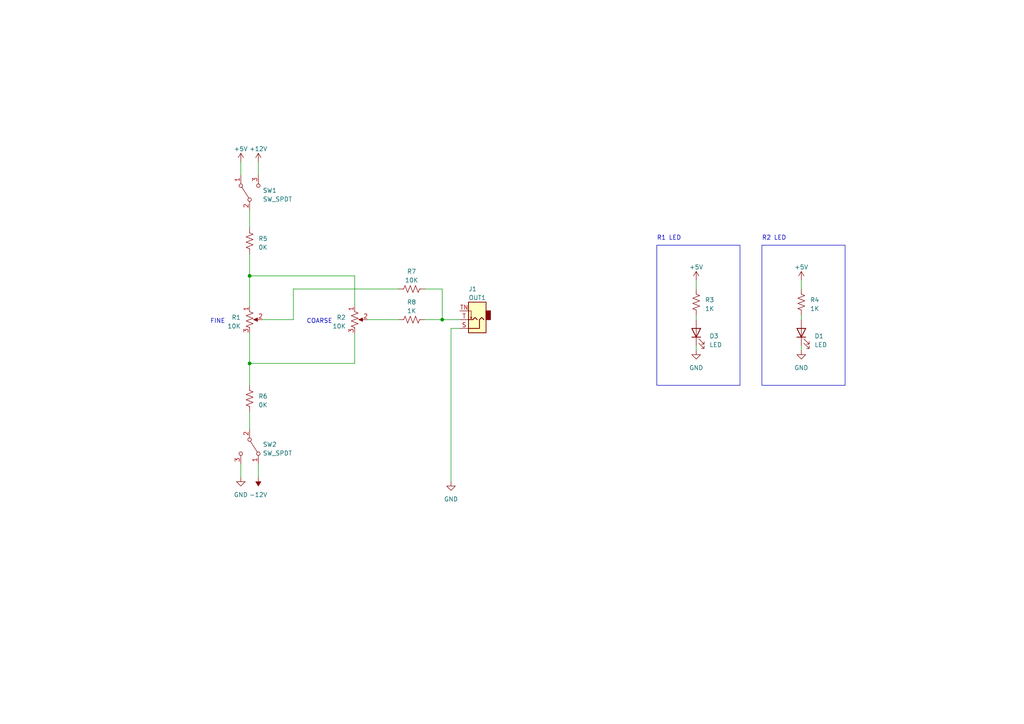
<source format=kicad_sch>
(kicad_sch (version 20230121) (generator eeschema)
  (paper "A4")
  (title_block (title "2411A Attenuator") (date "2023-07-19") (rev "0.2"))
  (lib_symbols
    (symbol "Connector_Audio:AudioJack2_SwitchT"
      (property "Reference" "J" (at 0 8.89 0))
      (property "Value" "AudioJack2_SwitchT" (at 0 6.35 0))
      (symbol "AudioJack2_SwitchT_0_1"
        (rectangle (start -2.54 0) (end -3.81 -2.54) (stroke (width 0.254)) (fill (type outline)))
        (polyline (pts (xy 1.778 -0.254) (xy 2.032 -0.762)))
        (polyline (pts (xy 0 0) (xy 0.635 -0.635) (xy 1.27 0) (xy 2.54 0)) (stroke (width 0.254)))
        (polyline (pts (xy 2.54 -2.54) (xy 1.778 -2.54) (xy 1.778 -0.254) (xy 1.524 -0.762)))
        (polyline (pts (xy 2.54 2.54) (xy -0.635 2.54) (xy -0.635 0) (xy -1.27 -0.635) (xy -1.905 0)) (stroke (width 0.254)))
        (rectangle (start 2.54 3.81) (end -2.54 -5.08) (stroke (width 0.254)) (fill (type background)))
      )
      (symbol "AudioJack2_SwitchT_1_1"
        (pin passive line (at 5.08 2.54 180) (length 2.54) (name "~") (number "S"))
        (pin passive line (at 5.08 0 180) (length 2.54) (name "~") (number "T"))
        (pin passive line (at 5.08 -2.54 180) (length 2.54) (name "~") (number "TN"))
      )
    )
    (symbol "Device:LED" (pin_numbers hide) (pin_names (offset 1.016) hide)
      (property "Reference" "D" (at 0 2.54 0))
      (property "Value" "LED" (at 0 -2.54 0))
      (symbol "LED_0_1"
        (polyline (pts (xy -1.27 -1.27) (xy -1.27 1.27)) (stroke (width 0.254)))
        (polyline (pts (xy -1.27 0) (xy 1.27 0)))
        (polyline (pts (xy 1.27 -1.27) (xy 1.27 1.27) (xy -1.27 0) (xy 1.27 -1.27)) (stroke (width 0.254)))
        (polyline (pts (xy -3.048 -0.762) (xy -4.572 -2.286) (xy -3.81 -2.286) (xy -4.572 -2.286) (xy -4.572 -1.524)))
        (polyline (pts (xy -1.778 -0.762) (xy -3.302 -2.286) (xy -2.54 -2.286) (xy -3.302 -2.286) (xy -3.302 -1.524)))
      )
      (symbol "LED_1_1"
        (pin passive line (at -3.81 0 0) (length 2.54) (name "K") (number "1"))
        (pin passive line (at 3.81 0 180) (length 2.54) (name "A") (number "2"))
      )
    )
    (symbol "Device:R_Potentiometer_US" (pin_names (offset 1.016) hide)
      (property "Reference" "RV" (at -4.445 0 90))
      (property "Value" "R_Potentiometer_US" (at -2.54 0 90))
      (symbol "R_Potentiometer_US_0_1"
        (polyline (pts (xy 0 -2.286) (xy 0 -2.54)))
        (polyline (pts (xy 0 2.54) (xy 0 2.286)))
        (polyline (pts (xy 2.54 0) (xy 1.524 0)))
        (polyline (pts (xy 1.143 0) (xy 2.286 0.508) (xy 2.286 -0.508) (xy 1.143 0)) (fill (type outline)))
        (polyline (pts (xy 0 -0.762) (xy 1.016 -1.143) (xy 0 -1.524) (xy -1.016 -1.905) (xy 0 -2.286)))
        (polyline (pts (xy 0 0.762) (xy 1.016 0.381) (xy 0 0) (xy -1.016 -0.381) (xy 0 -0.762)))
        (polyline (pts (xy 0 2.286) (xy 1.016 1.905) (xy 0 1.524) (xy -1.016 1.143) (xy 0 0.762)))
      )
      (symbol "R_Potentiometer_US_1_1"
        (pin passive line (at 0 3.81 270) (length 1.27) (name "1") (number "1"))
        (pin passive line (at 3.81 0 180) (length 1.27) (name "2") (number "2"))
        (pin passive line (at 0 -3.81 90) (length 1.27) (name "3") (number "3"))
      )
    )
    (symbol "Device:R_US" (pin_numbers hide) (pin_names (offset 0))
      (property "Reference" "R" (at 2.54 0 90))
      (property "Value" "R_US" (at -2.54 0 90))
      (symbol "R_US_0_1"
        (polyline (pts (xy 0 -2.286) (xy 0 -2.54)))
        (polyline (pts (xy 0 2.286) (xy 0 2.54)))
        (polyline (pts (xy 0 -0.762) (xy 1.016 -1.143) (xy 0 -1.524) (xy -1.016 -1.905) (xy 0 -2.286)))
        (polyline (pts (xy 0 0.762) (xy 1.016 0.381) (xy 0 0) (xy -1.016 -0.381) (xy 0 -0.762)))
        (polyline (pts (xy 0 2.286) (xy 1.016 1.905) (xy 0 1.524) (xy -1.016 1.143) (xy 0 0.762)))
      )
      (symbol "R_US_1_1"
        (pin passive line (at 0 3.81 270) (length 1.27) (name "~") (number "1"))
        (pin passive line (at 0 -3.81 90) (length 1.27) (name "~") (number "2"))
      )
    )
    (symbol "Switch:SW_SPDT" (pin_names (offset 0) hide)
      (property "Reference" "SW" (at 0 4.318 0))
      (property "Value" "SW_SPDT" (at 0 -5.08 0))
      (symbol "SW_SPDT_0_0"
        (circle (center -2.032 0) (radius 0.508))
        (circle (center 2.032 -2.54) (radius 0.508))
      )
      (symbol "SW_SPDT_0_1"
        (polyline (pts (xy -1.524 0.254) (xy 1.651 2.286)))
        (circle (center 2.032 2.54) (radius 0.508))
      )
      (symbol "SW_SPDT_1_1"
        (pin passive line (at 5.08 2.54 180) (length 2.54) (name "A") (number "1"))
        (pin passive line (at -5.08 0 0) (length 2.54) (name "B") (number "2"))
        (pin passive line (at 5.08 -2.54 180) (length 2.54) (name "C") (number "3"))
      )
    )
    (symbol "power:+12V" (power) (pin_names (offset 0))
      (property "Value" "+12V" (at 0 3.556 0))
      (symbol "+12V_0_1"
        (polyline (pts (xy -0.762 1.27) (xy 0 2.54)))
        (polyline (pts (xy 0 0) (xy 0 2.54)))
        (polyline (pts (xy 0 2.54) (xy 0.762 1.27)))
      )
      (symbol "+12V_1_1"
        (pin power_in line (at 0 0 90) (length 0) hide (name "+12V") (number "1"))
      )
    )
    (symbol "power:+5V" (power) (pin_names (offset 0))
      (property "Value" "+5V" (at 0 3.556 0))
      (symbol "+5V_0_1"
        (polyline (pts (xy -0.762 1.27) (xy 0 2.54)))
        (polyline (pts (xy 0 0) (xy 0 2.54)))
        (polyline (pts (xy 0 2.54) (xy 0.762 1.27)))
      )
      (symbol "+5V_1_1"
        (pin power_in line (at 0 0 90) (length 0) hide (name "+5V") (number "1"))
      )
    )
    (symbol "power:-12V" (power) (pin_names (offset 0))
      (property "Value" "-12V" (at 0 3.81 0))
      (symbol "-12V_0_0"
        (pin power_in line (at 0 0 90) (length 0) hide (name "-12V") (number "1"))
      )
      (symbol "-12V_0_1"
        (polyline (pts (xy 0 0) (xy 0 1.27) (xy 0.762 1.27) (xy 0 2.54) (xy -0.762 1.27) (xy 0 1.27)) (fill (type outline)))
      )
    )
    (symbol "power:GND" (power) (pin_names (offset 0))
      (property "Value" "GND" (at 0 -3.81 0))
      (symbol "GND_0_1"
        (polyline (pts (xy 0 0) (xy 0 -1.27) (xy 1.27 -1.27) (xy 0 -2.54) (xy -1.27 -1.27) (xy 0 -1.27)))
      )
      (symbol "GND_1_1"
        (pin power_in line (at 0 0 270) (length 0) hide (name "GND") (number "1"))
      )
    )
  )
  (junction (at 72.39 80.01))
  (junction (at 72.39 105.41))
  (junction (at 128.27 92.71))
  (wire (pts (xy 106.68 92.71) (xy 115.57 92.71)))
  (wire (pts (xy 72.39 105.41) (xy 72.39 111.76)))
  (wire (pts (xy 130.81 95.25) (xy 130.81 139.7)))
  (wire (pts (xy 72.39 80.01) (xy 72.39 88.9)))
  (wire (pts (xy 69.85 46.99) (xy 69.85 50.8)))
  (wire (pts (xy 123.19 83.82) (xy 128.27 83.82)))
  (wire (pts (xy 72.39 96.52) (xy 72.39 105.41)))
  (wire (pts (xy 123.19 92.71) (xy 128.27 92.71)))
  (wire (pts (xy 72.39 60.96) (xy 72.39 66.04)))
  (wire (pts (xy 74.93 46.99) (xy 74.93 50.8)))
  (wire (pts (xy 76.2 92.71) (xy 85.09 92.71)))
  (wire (pts (xy 130.81 95.25) (xy 133.35 95.25)))
  (wire (pts (xy 102.87 96.52) (xy 102.87 105.41)))
  (wire (pts (xy 232.41 100.33) (xy 232.41 101.6)))
  (wire (pts (xy 232.41 91.44) (xy 232.41 92.71)))
  (wire (pts (xy 72.39 73.66) (xy 72.39 80.01)))
  (wire (pts (xy 128.27 83.82) (xy 128.27 92.71)))
  (wire (pts (xy 72.39 80.01) (xy 102.87 80.01)))
  (wire (pts (xy 201.93 100.33) (xy 201.93 101.6)))
  (wire (pts (xy 72.39 119.38) (xy 72.39 124.46)))
  (wire (pts (xy 201.93 91.44) (xy 201.93 92.71)))
  (wire (pts (xy 85.09 92.71) (xy 85.09 83.82)))
  (wire (pts (xy 72.39 105.41) (xy 102.87 105.41)))
  (wire (pts (xy 69.85 134.62) (xy 69.85 138.43)))
  (wire (pts (xy 128.27 92.71) (xy 133.35 92.71)))
  (wire (pts (xy 232.41 81.28) (xy 232.41 83.82)))
  (wire (pts (xy 102.87 88.9) (xy 102.87 80.01)))
  (wire (pts (xy 201.93 81.28) (xy 201.93 83.82)))
  (wire (pts (xy 85.09 83.82) (xy 115.57 83.82)))
  (wire (pts (xy 74.93 134.62) (xy 74.93 138.43)))
  (rectangle (start 220.98 71.12) (end 245.11 111.76))
  (rectangle (start 190.5 71.12) (end 214.63 111.76))
  (text "FINE" (at 60.96 93.98 0) (effects (font (size 1.27 1.27)) (justify left bottom)))
  (text "R1 LED" (at 190.5 69.85 0) (effects (font (size 1.27 1.27)) (justify left bottom)))
  (text "COARSE" (at 88.9 93.98 0) (effects (font (size 1.27 1.27)) (justify left bottom)))
  (text "R2 LED" (at 220.98 69.85 0) (effects (font (size 1.27 1.27)) (justify left bottom)))
  (symbol (lib_id "Device:R_Potentiometer_US") (at 102.87 92.71 0) (unit 1)
    (property "Reference" "R2" (at 100.33 92.075 0) (effects (justify right)))
    (property "Value" "10K" (at 100.33 94.615 0) (effects (justify right)))
  )
  (symbol (lib_id "Device:R_US") (at 201.93 87.63 180) (unit 1)
    (property "Reference" "R3" (at 204.47 86.995 0) (effects (justify right)))
    (property "Value" "1K" (at 204.47 89.535 0) (effects (justify right)))
  )
  (symbol (lib_id "power:+12V") (at 74.93 46.99 0) (unit 1)
    (property "Reference" "#PWR015" (effects hide))
    (property "Value" "+12V" (at 74.93 43.18 0))
  )
  (symbol (lib_id "Device:LED") (at 232.41 96.52 90) (unit 1)
    (property "Reference" "D1" (at 236.22 97.4725 90) (effects (justify right)))
    (property "Value" "LED" (at 236.22 100.0125 90) (effects (justify right)))
  )
  (symbol (lib_id "Device:R_US") (at 232.41 87.63 180) (unit 1)
    (property "Reference" "R4" (at 234.95 86.995 0) (effects (justify right)))
    (property "Value" "1K" (at 234.95 89.535 0) (effects (justify right)))
  )
  (symbol (lib_id "Device:R_Potentiometer_US") (at 72.39 92.71 0) (unit 1)
    (property "Reference" "R1" (at 69.85 92.075 0) (effects (justify right)))
    (property "Value" "10K" (at 69.85 94.615 0) (effects (justify right)))
  )
  (symbol (lib_id "Device:R_US") (at 119.38 83.82 90) (unit 1)
    (property "Reference" "R7" (at 119.38 78.74 90))
    (property "Value" "10K" (at 119.38 81.28 90))
  )
  (symbol (lib_id "power:-12V") (at 74.93 138.43 180) (unit 1)
    (property "Reference" "#PWR06" (effects hide))
    (property "Value" "-12V" (at 74.93 143.51 0))
  )
  (symbol (lib_id "Device:R_US") (at 119.38 92.71 90) (unit 1)
    (property "Reference" "R8" (at 119.38 87.63 90))
    (property "Value" "1K" (at 119.38 90.17 90))
  )
  (symbol (lib_id "power:+5V") (at 201.93 81.28 0) (unit 1)
    (property "Reference" "#PWR014" (effects hide))
    (property "Value" "+5V" (at 201.93 77.47 0))
  )
  (symbol (lib_id "Device:LED") (at 201.93 96.52 90) (unit 1)
    (property "Reference" "D3" (at 205.74 97.4725 90) (effects (justify right)))
    (property "Value" "LED" (at 205.74 100.0125 90) (effects (justify right)))
  )
  (symbol (lib_id "Device:R_US") (at 72.39 69.85 180) (unit 1)
    (property "Reference" "R5" (at 74.93 69.215 0) (effects (justify right)))
    (property "Value" "0K" (at 74.93 71.755 0) (effects (justify right)))
  )
  (symbol (lib_id "power:GND") (at 232.41 101.6 0) (unit 1)
    (property "Reference" "#PWR04" (effects hide))
    (property "Value" "GND" (at 232.41 106.68 0))
  )
  (symbol (lib_id "power:+5V") (at 69.85 46.99 0) (unit 1)
    (property "Reference" "#PWR01" (effects hide))
    (property "Value" "+5V" (at 69.85 43.18 0))
  )
  (symbol (lib_id "Connector_Audio:AudioJack2_SwitchT") (at 138.43 92.71 180) (unit 1)
    (property "Reference" "J1" (at 135.89 83.82 0) (effects (justify right)))
    (property "Value" "OUT1" (at 135.89 86.36 0) (effects (justify right)))
  )
  (symbol (lib_id "Switch:SW_SPDT") (at 72.39 55.88 90) (unit 1)
    (property "Reference" "SW1" (at 76.2 55.245 90) (effects (justify right)))
    (property "Value" "SW_SPDT" (at 76.2 57.785 90) (effects (justify right)))
  )
  (symbol (lib_id "Device:R_US") (at 72.39 115.57 180) (unit 1)
    (property "Reference" "R6" (at 74.93 114.935 0) (effects (justify right)))
    (property "Value" "0K" (at 74.93 117.475 0) (effects (justify right)))
  )
  (symbol (lib_id "power:GND") (at 130.81 139.7 0) (unit 1)
    (property "Reference" "#PWR012" (effects hide))
    (property "Value" "GND" (at 130.81 144.78 0))
  )
  (symbol (lib_id "Switch:SW_SPDT") (at 72.39 129.54 270) (unit 1)
    (property "Reference" "SW2" (at 76.2 128.905 90) (effects (justify left)))
    (property "Value" "SW_SPDT" (at 76.2 131.445 90) (effects (justify left)))
  )
  (symbol (lib_id "power:GND") (at 201.93 101.6 0) (unit 1)
    (property "Reference" "#PWR013" (effects hide))
    (property "Value" "GND" (at 201.93 106.68 0))
  )
  (symbol (lib_id "power:+5V") (at 232.41 81.28 0) (unit 1)
    (property "Reference" "#PWR03" (effects hide))
    (property "Value" "+5V" (at 232.41 77.47 0))
  )
  (symbol (lib_id "power:GND") (at 69.85 138.43 0) (unit 1)
    (property "Reference" "#PWR02" (effects hide))
    (property "Value" "GND" (at 69.85 143.51 0))
  )
)
</source>
